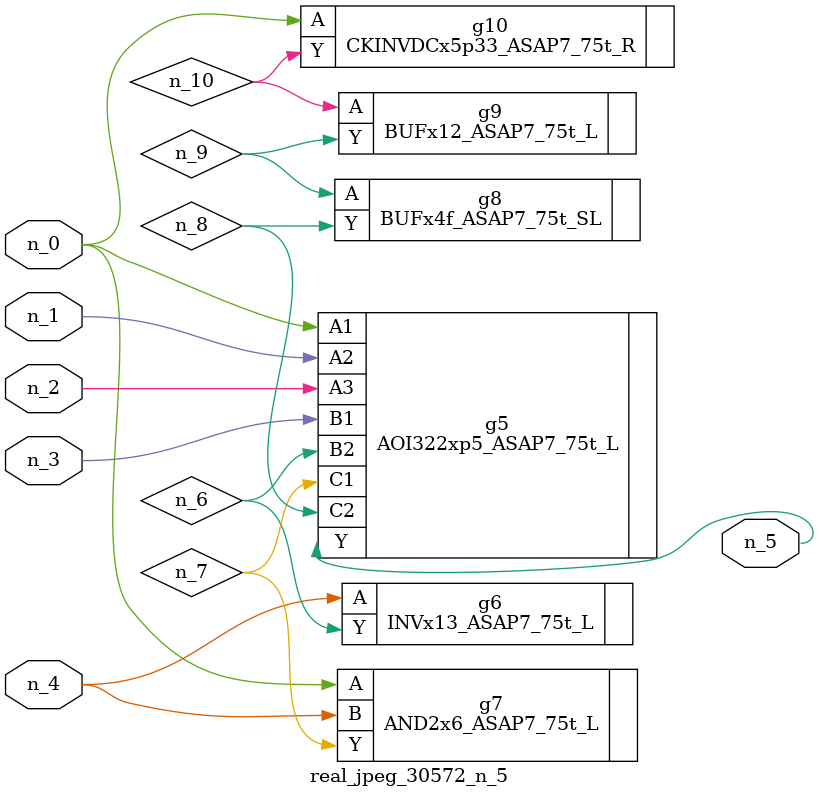
<source format=v>
module real_jpeg_30572_n_5 (n_4, n_0, n_1, n_2, n_3, n_5);

input n_4;
input n_0;
input n_1;
input n_2;
input n_3;

output n_5;

wire n_8;
wire n_6;
wire n_7;
wire n_10;
wire n_9;

AOI322xp5_ASAP7_75t_L g5 ( 
.A1(n_0),
.A2(n_1),
.A3(n_2),
.B1(n_3),
.B2(n_6),
.C1(n_7),
.C2(n_8),
.Y(n_5)
);

AND2x6_ASAP7_75t_L g7 ( 
.A(n_0),
.B(n_4),
.Y(n_7)
);

CKINVDCx5p33_ASAP7_75t_R g10 ( 
.A(n_0),
.Y(n_10)
);

INVx13_ASAP7_75t_L g6 ( 
.A(n_4),
.Y(n_6)
);

BUFx4f_ASAP7_75t_SL g8 ( 
.A(n_9),
.Y(n_8)
);

BUFx12_ASAP7_75t_L g9 ( 
.A(n_10),
.Y(n_9)
);


endmodule
</source>
